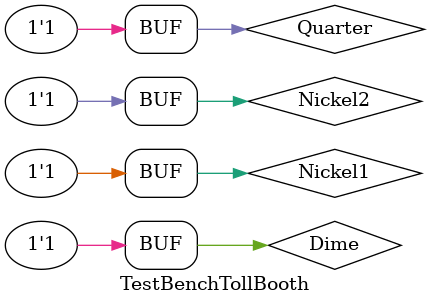
<source format=v>
`timescale 1ns / 1ps


module TestBenchTollBooth;

	// Inputs
	reg Nickel1;
	reg Nickel2;
	reg Dime;
	reg Quarter;

	// Outputs
	wire LEDstop;

	// Bidirs
	wire LEDgo;

	// Instantiate the Unit Under Test (UUT)
	TollBooth uut (
		.Nickel1(Nickel1), 
		.Nickel2(Nickel2), 
		.Dime(Dime), 
		.Quarter(Quarter), 
		.LEDgo(LEDgo), 
		.LEDstop(LEDstop)
	);

	initial begin
		// Initialize Inputs
		Nickel1 = 0;
		Nickel2 = 0;
		Dime = 0;
		Quarter = 0;

		// Wait 100 ns for global reset to finish
		#100;
		Nickel1 = 0; Nickel2 = 0; Dime = 0; Quarter = 0;
      #50; 
		Nickel1 = 0; Nickel2 = 0; Dime = 0; Quarter = 1;
      #50; 
		Nickel1 = 0; Nickel2 = 0; Dime = 1; Quarter = 0;
      #50; 
		Nickel1 = 0; Nickel2 = 0; Dime = 1; Quarter = 1;
      #50; 
		Nickel1 = 0; Nickel2 = 1; Dime = 0; Quarter = 0;
      #50; 
		Nickel1 = 0; Nickel2 = 1; Dime = 0; Quarter = 1;
      #50; 
		Nickel1 = 0; Nickel2 = 1; Dime = 1; Quarter = 0;
      #50; 
		Nickel1 = 0; Nickel2 = 1; Dime = 1; Quarter = 1;
      #50; 
		Nickel1 = 1; Nickel2 = 0; Dime = 0; Quarter = 0;
      #50; 
		Nickel1 = 1; Nickel2 = 0; Dime = 0; Quarter = 1;
      #50; 
		Nickel1 = 1; Nickel2 = 0; Dime = 1; Quarter = 0;
      #50; 
		Nickel1 = 1; Nickel2 = 0; Dime = 1; Quarter = 1;
      #50; 
		Nickel1 = 1; Nickel2 = 1; Dime = 0; Quarter = 0;
      #50; 
		Nickel1 = 1; Nickel2 = 1; Dime = 0; Quarter = 1;
      #50; 
		Nickel1 = 1; Nickel2 = 1; Dime = 1; Quarter = 0;
      #50; 
		Nickel1 = 1; Nickel2 = 1; Dime = 1; Quarter = 1;
      #50; 
		// Add stimulus here

	end
      
endmodule


</source>
